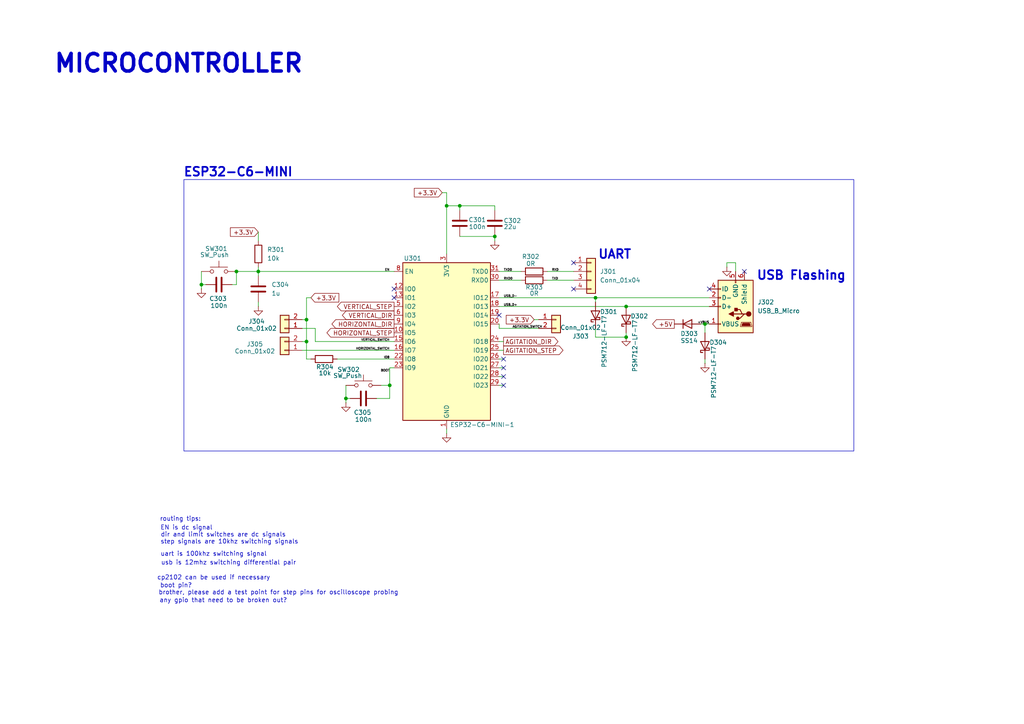
<source format=kicad_sch>
(kicad_sch (version 20250114) (generator "eeschema") (generator_version "9.0")
  (paper "A4")
  (lib_symbols
    (symbol "Connector:USB_B_Micro" (pin_names (offset 1.016))
      (property "Reference" "J" (at -5.08 11.43 0))
      (property "Value" "USB_B_Micro" (at -5.08 8.89 0))
      (symbol "USB_B_Micro_0_1"
        (rectangle (start -5.08 -7.62) (end 5.08 7.62) (stroke (width 0.254)) (fill (type background)))
        (polyline (pts (xy -4.699 5.842) (xy -4.699 5.588) (xy -4.445 4.826) (xy -4.445 4.572) (xy -1.651 4.572) (xy -1.651 4.826) (xy -1.397 5.588) (xy -1.397 5.842) (xy -4.699 5.842)))
        (polyline (pts (xy -4.318 5.588) (xy -1.778 5.588) (xy -2.032 4.826) (xy -4.064 4.826) (xy -4.318 5.588)) (fill (type outline)))
        (circle (center -3.81 2.159) (radius 0.635) (stroke (width 0.254)) (fill (type outline)))
        (polyline (pts (xy -3.175 2.159) (xy -2.54 2.159) (xy -1.27 3.429) (xy -0.635 3.429)) (stroke (width 0.254)))
        (polyline (pts (xy -2.54 2.159) (xy -1.905 2.159) (xy -1.27 0.889) (xy 0 0.889)) (stroke (width 0.254)))
        (polyline (pts (xy -1.905 2.159) (xy 0.635 2.159)) (stroke (width 0.254)))
        (circle (center -0.635 3.429) (radius 0.381) (stroke (width 0.254)) (fill (type outline)))
        (rectangle (start -0.127 -7.62) (end 0.127 -6.858))
        (rectangle (start 0.254 1.27) (end -0.508 0.508) (stroke (width 0.254)) (fill (type outline)))
        (polyline (pts (xy 0.635 2.794) (xy 0.635 1.524) (xy 1.905 2.159) (xy 0.635 2.794)) (stroke (width 0.254)) (fill (type outline)))
        (rectangle (start 5.08 4.953) (end 4.318 5.207))
        (rectangle (start 5.08 -0.127) (end 4.318 0.127))
        (rectangle (start 5.08 -2.667) (end 4.318 -2.413))
        (rectangle (start 5.08 -5.207) (end 4.318 -4.953))
      )
      (symbol "USB_B_Micro_1_1"
        (pin passive line (at -2.54 -10.16 90) (length 2.54) (name "Shield") (number "6"))
        (pin power_out line (at 0 -10.16 90) (length 2.54) (name "GND") (number "5"))
        (pin power_out line (at 7.62 5.08 180) (length 2.54) (name "VBUS") (number "1"))
        (pin bidirectional line (at 7.62 0 180) (length 2.54) (name "D+") (number "3"))
        (pin bidirectional line (at 7.62 -2.54 180) (length 2.54) (name "D-") (number "2"))
        (pin passive line (at 7.62 -5.08 180) (length 2.54) (name "ID") (number "4"))
      )
    )
    (symbol "Connector_Generic:Conn_01x02" (pin_names (offset 1.016) (hide yes))
      (property "Reference" "J" (at 0 2.54 0))
      (property "Value" "Conn_01x02" (at 0 -5.08 0))
      (symbol "Conn_01x02_1_1"
        (rectangle (start -1.27 1.27) (end 1.27 -3.81) (stroke (width 0.254)) (fill (type background)))
        (rectangle (start -1.27 0.127) (end 0 -0.127) (stroke (width 0.1524)))
        (rectangle (start -1.27 -2.413) (end 0 -2.667) (stroke (width 0.1524)))
        (pin passive line (at -5.08 0 0) (length 3.81) (name "Pin_1") (number "1"))
        (pin passive line (at -5.08 -2.54 0) (length 3.81) (name "Pin_2") (number "2"))
      )
    )
    (symbol "Connector_Generic:Conn_01x04" (pin_names (offset 1.016) (hide yes))
      (property "Reference" "J" (at 0 5.08 0))
      (property "Value" "Conn_01x04" (at 0 -7.62 0))
      (symbol "Conn_01x04_1_1"
        (rectangle (start -1.27 3.81) (end 1.27 -6.35) (stroke (width 0.254)) (fill (type background)))
        (rectangle (start -1.27 2.667) (end 0 2.413) (stroke (width 0.1524)))
        (rectangle (start -1.27 0.127) (end 0 -0.127) (stroke (width 0.1524)))
        (rectangle (start -1.27 -2.413) (end 0 -2.667) (stroke (width 0.1524)))
        (rectangle (start -1.27 -4.953) (end 0 -5.207) (stroke (width 0.1524)))
        (pin passive line (at -5.08 2.54 0) (length 3.81) (name "Pin_1") (number "1"))
        (pin passive line (at -5.08 0 0) (length 3.81) (name "Pin_2") (number "2"))
        (pin passive line (at -5.08 -2.54 0) (length 3.81) (name "Pin_3") (number "3"))
        (pin passive line (at -5.08 -5.08 0) (length 3.81) (name "Pin_4") (number "4"))
      )
    )
    (symbol "Device:C" (pin_numbers (hide yes)) (pin_names (offset 0.254))
      (property "Reference" "C" (at 0.635 2.54 0))
      (property "Value" "C" (at 0.635 -2.54 0))
      (symbol "C_0_1"
        (polyline (pts (xy -2.032 0.762) (xy 2.032 0.762)) (stroke (width 0.508)))
        (polyline (pts (xy -2.032 -0.762) (xy 2.032 -0.762)) (stroke (width 0.508)))
      )
      (symbol "C_1_1"
        (pin passive line (at 0 3.81 270) (length 2.794) (name "~") (number "1"))
        (pin passive line (at 0 -3.81 90) (length 2.794) (name "~") (number "2"))
      )
    )
    (symbol "Device:D" (pin_numbers (hide yes)) (pin_names (offset 1.016) (hide yes))
      (property "Reference" "D" (at 0 2.54 0))
      (property "Value" "D" (at 0 -2.54 0))
      (symbol "D_0_1"
        (polyline (pts (xy -1.27 1.27) (xy -1.27 -1.27)) (stroke (width 0.254)))
        (polyline (pts (xy 1.27 1.27) (xy 1.27 -1.27) (xy -1.27 0) (xy 1.27 1.27)) (stroke (width 0.254)))
        (polyline (pts (xy 1.27 0) (xy -1.27 0)))
      )
      (symbol "D_1_1"
        (pin passive line (at -3.81 0 0) (length 2.54) (name "K") (number "1"))
        (pin passive line (at 3.81 0 180) (length 2.54) (name "A") (number "2"))
      )
    )
    (symbol "Device:D_Schottky" (pin_numbers (hide yes)) (pin_names (offset 1.016) (hide yes))
      (property "Reference" "D" (at 0 2.54 0))
      (property "Value" "D_Schottky" (at 0 -2.54 0))
      (symbol "D_Schottky_0_1"
        (polyline (pts (xy -1.905 0.635) (xy -1.905 1.27) (xy -1.27 1.27) (xy -1.27 -1.27) (xy -0.635 -1.27) (xy -0.635 -0.635)) (stroke (width 0.254)))
        (polyline (pts (xy 1.27 1.27) (xy 1.27 -1.27) (xy -1.27 0) (xy 1.27 1.27)) (stroke (width 0.254)))
        (polyline (pts (xy 1.27 0) (xy -1.27 0)))
      )
      (symbol "D_Schottky_1_1"
        (pin passive line (at -3.81 0 0) (length 2.54) (name "K") (number "1"))
        (pin passive line (at 3.81 0 180) (length 2.54) (name "A") (number "2"))
      )
    )
    (symbol "Device:R" (pin_numbers (hide yes)) (pin_names (offset 0))
      (property "Reference" "R" (at 2.032 0 90))
      (property "Value" "R" (at 0 0 90))
      (symbol "R_0_1"
        (rectangle (start -1.016 -2.54) (end 1.016 2.54) (stroke (width 0.254)))
      )
      (symbol "R_1_1"
        (pin passive line (at 0 3.81 270) (length 1.27) (name "~") (number "1"))
        (pin passive line (at 0 -3.81 90) (length 1.27) (name "~") (number "2"))
      )
    )
    (symbol "RF_Module:ESP32-C6-MINI-1"
      (property "Reference" "U" (at -11.43 24.13 0))
      (property "Value" "ESP32-C6-MINI-1" (at 12.7 24.13 0))
      (symbol "ESP32-C6-MINI-1_0_1"
        (rectangle (start -12.7 22.86) (end 12.7 -22.86) (stroke (width 0.254)) (fill (type background)))
      )
      (symbol "ESP32-C6-MINI-1_1_1"
        (pin input line (at -15.24 20.32 0) (length 2.54) (name "EN") (number "8"))
        (pin bidirectional line (at -15.24 15.24 0) (length 2.54) (name "IO0") (number "12"))
        (pin bidirectional line (at -15.24 12.7 0) (length 2.54) (name "IO1") (number "13"))
        (pin bidirectional line (at -15.24 10.16 0) (length 2.54) (name "IO2") (number "5"))
        (pin bidirectional line (at -15.24 7.62 0) (length 2.54) (name "IO3") (number "6"))
        (pin bidirectional line (at -15.24 5.08 0) (length 2.54) (name "IO4") (number "9"))
        (pin bidirectional line (at -15.24 2.54 0) (length 2.54) (name "IO5") (number "10"))
        (pin bidirectional line (at -15.24 0 0) (length 2.54) (name "IO6") (number "15"))
        (pin bidirectional line (at -15.24 -2.54 0) (length 2.54) (name "IO7") (number "16"))
        (pin bidirectional line (at -15.24 -5.08 0) (length 2.54) (name "IO8") (number "22"))
        (pin bidirectional line (at -15.24 -7.62 0) (length 2.54) (name "IO9") (number "23"))
        (pin no_connect line (at -12.7 -12.7 0) (length 2.54) (hide yes) (name "NC") (number "32"))
        (pin no_connect line (at -12.7 -15.24 0) (length 2.54) (hide yes) (name "NC") (number "33"))
        (pin no_connect line (at -12.7 -17.78 0) (length 2.54) (hide yes) (name "NC") (number "34"))
        (pin no_connect line (at -12.7 -20.32 0) (length 2.54) (hide yes) (name "NC") (number "35"))
        (pin power_in line (at 0 25.4 270) (length 2.54) (name "3V3") (number "3"))
        (pin power_in line (at 0 -25.4 90) (length 2.54) (name "GND") (number "1"))
        (pin passive line (at 0 -25.4 90) (length 2.54) (hide yes) (name "GND") (number "11"))
        (pin passive line (at 0 -25.4 90) (length 2.54) (hide yes) (name "GND") (number "14"))
        (pin passive line (at 0 -25.4 90) (length 2.54) (hide yes) (name "GND") (number "2"))
        (pin passive line (at 0 -25.4 90) (length 2.54) (hide yes) (name "GND") (number "36"))
        (pin passive line (at 0 -25.4 90) (length 2.54) (hide yes) (name "GND") (number "37"))
        (pin passive line (at 0 -25.4 90) (length 2.54) (hide yes) (name "GND") (number "38"))
        (pin passive line (at 0 -25.4 90) (length 2.54) (hide yes) (name "GND") (number "39"))
        (pin passive line (at 0 -25.4 90) (length 2.54) (hide yes) (name "GND") (number "40"))
        (pin passive line (at 0 -25.4 90) (length 2.54) (hide yes) (name "GND") (number "41"))
        (pin passive line (at 0 -25.4 90) (length 2.54) (hide yes) (name "GND") (number "42"))
        (pin passive line (at 0 -25.4 90) (length 2.54) (hide yes) (name "GND") (number "43"))
        (pin passive line (at 0 -25.4 90) (length 2.54) (hide yes) (name "GND") (number "44"))
        (pin passive line (at 0 -25.4 90) (length 2.54) (hide yes) (name "GND") (number "45"))
        (pin passive line (at 0 -25.4 90) (length 2.54) (hide yes) (name "GND") (number "46"))
        (pin passive line (at 0 -25.4 90) (length 2.54) (hide yes) (name "GND") (number "47"))
        (pin passive line (at 0 -25.4 90) (length 2.54) (hide yes) (name "GND") (number "48"))
        (pin passive line (at 0 -25.4 90) (length 2.54) (hide yes) (name "GND") (number "49"))
        (pin passive line (at 0 -25.4 90) (length 2.54) (hide yes) (name "GND") (number "50"))
        (pin passive line (at 0 -25.4 90) (length 2.54) (hide yes) (name "GND") (number "51"))
        (pin passive line (at 0 -25.4 90) (length 2.54) (hide yes) (name "GND") (number "52"))
        (pin passive line (at 0 -25.4 90) (length 2.54) (hide yes) (name "GND") (number "53"))
        (pin no_connect line (at 12.7 -15.24 180) (length 2.54) (hide yes) (name "NC") (number "4"))
        (pin no_connect line (at 12.7 -17.78 180) (length 2.54) (hide yes) (name "NC") (number "7"))
        (pin no_connect line (at 12.7 -20.32 180) (length 2.54) (hide yes) (name "NC") (number "21"))
        (pin bidirectional line (at 15.24 20.32 180) (length 2.54) (name "TXD0") (number "31"))
        (pin bidirectional line (at 15.24 17.78 180) (length 2.54) (name "RXD0") (number "30"))
        (pin bidirectional line (at 15.24 12.7 180) (length 2.54) (name "IO12") (number "17"))
        (pin bidirectional line (at 15.24 10.16 180) (length 2.54) (name "IO13") (number "18"))
        (pin bidirectional line (at 15.24 7.62 180) (length 2.54) (name "IO14") (number "19"))
        (pin bidirectional line (at 15.24 5.08 180) (length 2.54) (name "IO15") (number "20"))
        (pin bidirectional line (at 15.24 0 180) (length 2.54) (name "IO18") (number "24"))
        (pin bidirectional line (at 15.24 -2.54 180) (length 2.54) (name "IO19") (number "25"))
        (pin bidirectional line (at 15.24 -5.08 180) (length 2.54) (name "IO20") (number "26"))
        (pin bidirectional line (at 15.24 -7.62 180) (length 2.54) (name "IO21") (number "27"))
        (pin bidirectional line (at 15.24 -10.16 180) (length 2.54) (name "IO22") (number "28"))
        (pin bidirectional line (at 15.24 -12.7 180) (length 2.54) (name "IO23") (number "29"))
      )
    )
    (symbol "Switch:SW_Push" (pin_numbers (hide yes)) (pin_names (offset 1.016) (hide yes))
      (property "Reference" "SW" (at 1.27 2.54 0))
      (property "Value" "SW_Push" (at 0 -1.524 0))
      (symbol "SW_Push_0_1"
        (circle (center -2.032 0) (radius 0.508))
        (polyline (pts (xy 0 1.27) (xy 0 3.048)))
        (circle (center 2.032 0) (radius 0.508))
        (polyline (pts (xy 2.54 1.27) (xy -2.54 1.27)))
        (pin passive line (at -5.08 0 0) (length 2.54) (name "1") (number "1"))
        (pin passive line (at 5.08 0 180) (length 2.54) (name "2") (number "2"))
      )
    )
    (symbol "power:GND" (power) (pin_numbers (hide yes)) (pin_names (offset 0) (hide yes))
      (property "Value" "GND" (at 0 -3.81 0))
      (symbol "GND_0_1"
        (polyline (pts (xy 0 0) (xy 0 -1.27) (xy 1.27 -1.27) (xy 0 -2.54) (xy -1.27 -1.27) (xy 0 -1.27)))
      )
      (symbol "GND_1_1"
        (pin power_in line (at 0 0 270) (length 0) (name "~") (number "1"))
      )
    )
  )
  (rectangle (start 53.34 52.07) (end 247.65 130.81))
  (text "MICROCONTROLLER" (at 51.816 18.542 0) (effects (font (size 5.08 5.08) (thickness 1.016) (bold yes))))
  (text "any gpio that need to be broken out?" (at 64.77 174.244 0) (effects (font (size 1.27 1.27))))
  (text "UART" (at 178.308 73.914 0) (effects (font (size 2.54 2.54) (thickness 0.508) (bold yes))))
  (text "dir and limit switches are dc signals" (at 64.77 155.194 0) (effects (font (size 1.27 1.27))))
  (text "cp2102 can be used if necessary" (at 61.976 167.64 0) (effects (font (size 1.27 1.27))))
  (text "USB Flashing" (at 232.41 80.01 0) (effects (font (size 2.54 2.54) (thickness 0.508) (bold yes))))
  (text "routing tips:" (at 52.324 150.622 0) (effects (font (size 1.27 1.27))))
  (text "ESP32-C6-MINI" (at 69.088 50.038 0) (effects (font (size 2.54 2.54) (thickness 0.508) (bold yes))))
  (text "EN is dc signal" (at 54.102 153.162 0) (effects (font (size 1.27 1.27))))
  (text "step signals are 10khz switching signals" (at 66.548 157.226 0) (effects (font (size 1.27 1.27))))
  (text "boot pin?" (at 51.054 169.926 0) (effects (font (size 1.27 1.27))))
  (text "brother, please add a test point for step pins for oscilloscope probing" (at 80.772 171.958 0) (effects (font (size 1.27 1.27))))
  (text "usb is 12mhz switching differential pair" (at 66.294 163.322 0) (effects (font (size 1.27 1.27))))
  (text "uart is 100khz switching signal" (at 61.976 160.782 0) (effects (font (size 1.27 1.27))))
  (junction (at 58.42 82.55))
  (junction (at 172.72 86.36))
  (junction (at 204.47 93.98))
  (junction (at 133.35 59.69))
  (junction (at 88.9 99.06))
  (junction (at 181.61 97.79))
  (junction (at 88.9 92.71))
  (junction (at 129.54 59.69))
  (junction (at 181.61 88.9))
  (junction (at 113.03 111.76))
  (junction (at 68.58 78.74))
  (junction (at 74.93 78.74))
  (junction (at 100.33 115.57))
  (junction (at 143.51 68.58))
  (no_connect (at 146.05 106.68))
  (no_connect (at 166.37 76.2))
  (no_connect (at 146.05 109.22))
  (no_connect (at 114.3 83.82))
  (no_connect (at 215.9 78.74))
  (no_connect (at 144.78 91.44))
  (no_connect (at 146.05 104.14))
  (no_connect (at 146.05 111.76))
  (no_connect (at 205.74 83.82))
  (no_connect (at 166.37 83.82))
  (no_connect (at 114.3 86.36))
  (wire (pts (xy 67.31 82.55) (xy 68.58 82.55)))
  (wire (pts (xy 210.82 76.2) (xy 210.82 77.47)))
  (wire (pts (xy 87.63 99.06) (xy 88.9 99.06)))
  (wire (pts (xy 88.9 86.36) (xy 88.9 92.71)))
  (wire (pts (xy 113.03 111.76) (xy 113.03 115.57)))
  (wire (pts (xy 74.93 78.74) (xy 114.3 78.74)))
  (wire (pts (xy 158.75 81.28) (xy 166.37 81.28)))
  (wire (pts (xy 97.79 104.14) (xy 114.3 104.14)))
  (wire (pts (xy 88.9 104.14) (xy 88.9 99.06)))
  (wire (pts (xy 91.44 99.06) (xy 91.44 95.25)))
  (wire (pts (xy 129.54 55.88) (xy 129.54 59.69)))
  (wire (pts (xy 58.42 82.55) (xy 58.42 83.82)))
  (wire (pts (xy 144.78 95.25) (xy 156.21 95.25)))
  (wire (pts (xy 129.54 73.66) (xy 129.54 59.69)))
  (wire (pts (xy 114.3 106.68) (xy 113.03 106.68)))
  (wire (pts (xy 68.58 78.74) (xy 74.93 78.74)))
  (wire (pts (xy 144.78 101.6) (xy 146.05 101.6)))
  (wire (pts (xy 213.36 78.74) (xy 213.36 76.2)))
  (wire (pts (xy 204.47 93.98) (xy 204.47 96.52)))
  (wire (pts (xy 154.94 92.71) (xy 156.21 92.71)))
  (wire (pts (xy 172.72 86.36) (xy 205.74 86.36)))
  (wire (pts (xy 74.93 78.74) (xy 74.93 80.01)))
  (wire (pts (xy 87.63 92.71) (xy 88.9 92.71)))
  (wire (pts (xy 91.44 95.25) (xy 87.63 95.25)))
  (wire (pts (xy 144.78 106.68) (xy 146.05 106.68)))
  (wire (pts (xy 113.03 111.76) (xy 110.49 111.76)))
  (wire (pts (xy 144.78 99.06) (xy 146.05 99.06)))
  (wire (pts (xy 113.03 106.68) (xy 113.03 111.76)))
  (wire (pts (xy 143.51 60.96) (xy 143.51 59.69)))
  (wire (pts (xy 113.03 115.57) (xy 109.22 115.57)))
  (wire (pts (xy 144.78 78.74) (xy 151.13 78.74)))
  (wire (pts (xy 91.44 99.06) (xy 114.3 99.06)))
  (wire (pts (xy 213.36 76.2) (xy 210.82 76.2)))
  (wire (pts (xy 133.35 59.69) (xy 133.35 60.96)))
  (wire (pts (xy 172.72 97.79) (xy 181.61 97.79)))
  (wire (pts (xy 181.61 88.9) (xy 205.74 88.9)))
  (wire (pts (xy 74.93 77.47) (xy 74.93 78.74)))
  (wire (pts (xy 100.33 115.57) (xy 100.33 111.76)))
  (wire (pts (xy 59.69 82.55) (xy 58.42 82.55)))
  (wire (pts (xy 133.35 59.69) (xy 129.54 59.69)))
  (wire (pts (xy 74.93 67.31) (xy 74.93 69.85)))
  (wire (pts (xy 181.61 96.52) (xy 181.61 97.79)))
  (wire (pts (xy 143.51 59.69) (xy 133.35 59.69)))
  (wire (pts (xy 144.78 104.14) (xy 146.05 104.14)))
  (wire (pts (xy 129.54 124.46) (xy 129.54 125.73)))
  (wire (pts (xy 87.63 101.6) (xy 114.3 101.6)))
  (wire (pts (xy 204.47 93.98) (xy 205.74 93.98)))
  (wire (pts (xy 143.51 68.58) (xy 143.51 69.85)))
  (wire (pts (xy 101.6 115.57) (xy 100.33 115.57)))
  (wire (pts (xy 144.78 111.76) (xy 146.05 111.76)))
  (wire (pts (xy 128.27 55.88) (xy 129.54 55.88)))
  (wire (pts (xy 158.75 78.74) (xy 166.37 78.74)))
  (wire (pts (xy 88.9 104.14) (xy 90.17 104.14)))
  (wire (pts (xy 68.58 82.55) (xy 68.58 78.74)))
  (wire (pts (xy 74.93 87.63) (xy 74.93 88.9)))
  (wire (pts (xy 144.78 86.36) (xy 172.72 86.36)))
  (wire (pts (xy 88.9 86.36) (xy 90.17 86.36)))
  (wire (pts (xy 144.78 81.28) (xy 151.13 81.28)))
  (wire (pts (xy 172.72 95.25) (xy 172.72 97.79)))
  (wire (pts (xy 204.47 104.14) (xy 204.47 105.41)))
  (wire (pts (xy 144.78 109.22) (xy 146.05 109.22)))
  (wire (pts (xy 133.35 68.58) (xy 143.51 68.58)))
  (wire (pts (xy 144.78 88.9) (xy 181.61 88.9)))
  (wire (pts (xy 58.42 82.55) (xy 58.42 78.74)))
  (wire (pts (xy 203.2 93.98) (xy 204.47 93.98)))
  (wire (pts (xy 88.9 92.71) (xy 88.9 99.06)))
  (wire (pts (xy 144.78 93.98) (xy 144.78 95.25)))
  (wire (pts (xy 172.72 86.36) (xy 172.72 87.63)))
  (wire (pts (xy 100.33 115.57) (xy 100.33 116.84)))
  (label "AGITATION_SWITCH" (at 148.59 95.25 0) (effects (font (size 0.635 0.635))))
  (label "VERTICAL_SWITCH" (at 113.03 99.06 180) (effects (font (size 0.635 0.635))))
  (label "+VBUS" (at 205.74 93.98 180) (effects (font (size 0.635 0.635))))
  (label "USB_D+" (at 146.05 88.9 0) (effects (font (size 0.635 0.635))))
  (label "HORIZONTAL_SWITCH" (at 113.03 101.6 180) (effects (font (size 0.635 0.635))))
  (label "BOOT" (at 113.03 107.95 180) (effects (font (size 0.635 0.635))))
  (label "TXD0" (at 146.05 78.74 0) (effects (font (size 0.635 0.635))))
  (label "IO8" (at 113.03 104.14 180) (effects (font (size 0.635 0.635))))
  (label "RXD" (at 160.02 78.74 0) (effects (font (size 0.635 0.635))))
  (label "RXD0" (at 146.05 81.28 0) (effects (font (size 0.635 0.635))))
  (label "EN" (at 113.03 78.74 180) (effects (font (size 0.635 0.635))))
  (label "USB_D-" (at 146.05 86.36 0) (effects (font (size 0.635 0.635))))
  (label "TXD" (at 160.02 81.28 0) (effects (font (size 0.635 0.635))))
  (global_label "+3.3V" (shape input) (at 90.17 86.36 0) (property "Intersheetrefs" "${INTERSHEET_REFS}" (effects (hide yes))))
  (global_label "HORIZONTAL_DIR" (shape output) (at 114.3 93.98 180) (property "Intersheetrefs" "${INTERSHEET_REFS}" (effects (hide yes))))
  (global_label "+3.3V" (shape input) (at 128.27 55.88 180) (property "Intersheetrefs" "${INTERSHEET_REFS}" (effects (hide yes))))
  (global_label "HORIZONTAL_STEP" (shape output) (at 114.3 96.52 180) (property "Intersheetrefs" "${INTERSHEET_REFS}" (effects (hide yes))))
  (global_label "+3.3V" (shape input) (at 154.94 92.71 180) (property "Intersheetrefs" "${INTERSHEET_REFS}" (effects (hide yes))))
  (global_label "VERTICAL_DIR" (shape output) (at 114.3 91.44 180) (property "Intersheetrefs" "${INTERSHEET_REFS}" (effects (hide yes))))
  (global_label "AGITATION_STEP" (shape output) (at 146.05 101.6 0) (property "Intersheetrefs" "${INTERSHEET_REFS}" (effects (hide yes))))
  (global_label "AGITATION_DIR" (shape output) (at 146.05 99.06 0) (property "Intersheetrefs" "${INTERSHEET_REFS}" (effects (hide yes))))
  (global_label "+5V" (shape output) (at 195.58 93.98 180) (property "Intersheetrefs" "${INTERSHEET_REFS}" (effects (hide yes))))
  (global_label "VERTICAL_STEP" (shape output) (at 114.3 88.9 180) (property "Intersheetrefs" "${INTERSHEET_REFS}" (effects (hide yes))))
  (global_label "+3.3V" (shape input) (at 74.93 67.31 180) (property "Intersheetrefs" "${INTERSHEET_REFS}" (effects (hide yes))))
  (symbol (lib_id "Device:R") (at 154.94 78.74 90) (unit 1)
    (property "Reference" "R302" (at 153.924 74.422 90))
    (property "Value" "0R" (at 153.924 76.454 90))
    (property "Footprint" "Resistor_SMD:R_0603_1608Metric" (effects (hide yes)))
    (property "Description" "Resistor" (effects (hide yes)))
    (property "Manufacturer" "UNI-ROYAL(Uniroyal Elec)" (effects (hide yes)))
    (property "MPN" "0603WAF0000T5E" (effects (hide yes)))
    (property "LCSC Part Number" "C21189" (effects (hide yes)))
  )
  (symbol (lib_id "Device:C") (at 74.93 83.82 0) (unit 1)
    (property "Reference" "C304" (at 78.74 82.5499 0) (effects (justify left)))
    (property "Value" "1u" (at 78.74 85.0899 0) (effects (justify left)))
    (property "Footprint" "Capacitor_SMD:C_0402_1005Metric" (effects (hide yes)))
    (property "Description" "Unpolarized capacitor" (effects (hide yes)))
    (property "Manufacturer" "Samsung Electro-Mechanics" (effects (hide yes)))
    (property "MPN" "CL05A105KA5NQNC" (effects (hide yes)))
    (property "LCSC Part Number" "C52923" (effects (hide yes)))
  )
  (symbol (lib_id "Device:D_Schottky") (at 181.61 92.71 90) (unit 1)
    (property "Reference" "D302" (at 182.88 91.694 90) (effects (justify right)))
    (property "Value" "PSM712-LF-T7" (at 184.15 92.71 0) (effects (justify right)))
    (property "Footprint" "Package_TO_SOT_SMD:SOT-23" (effects (hide yes)))
    (property "Description" "Schottky diode" (effects (hide yes)))
    (property "Manufacturer" "ProTek Devices" (effects (hide yes)))
    (property "MPN" "PSM712-LF-T7" (effects (hide yes)))
    (property "LCSC Part Number" "C32677" (effects (hide yes)))
  )
  (symbol (lib_id "Device:R") (at 154.94 81.28 90) (unit 1)
    (property "Reference" "R303" (at 154.94 83.312 90))
    (property "Value" "0R" (at 154.94 85.09 90))
    (property "Footprint" "Resistor_SMD:R_0603_1608Metric" (effects (hide yes)))
    (property "Description" "Resistor" (effects (hide yes)))
    (property "Manufacturer" "UNI-ROYAL(Uniroyal Elec)" (effects (hide yes)))
    (property "MPN" "0603WAF0000T5E" (effects (hide yes)))
    (property "LCSC Part Number" "C21189" (effects (hide yes)))
  )
  (symbol (lib_id "power:GND") (at 210.82 77.47 0) (unit 1)
    (property "Reference" "#PWR0305" (effects (hide yes)))
    (property "Value" "GND" (effects (hide yes)))
    (property "Description" "Power symbol creates a global label with name \"GND\" , ground" (effects (hide yes)))
  )
  (symbol (lib_id "Device:C") (at 133.35 64.77 180) (unit 1)
    (property "Reference" "C301" (at 138.43 63.754 0))
    (property "Value" "100n" (at 138.43 65.786 0))
    (property "Footprint" "Capacitor_SMD:C_0402_1005Metric" (effects (hide yes)))
    (property "Description" "Unpolarized capacitor" (effects (hide yes)))
    (property "Manufacturer" "Samsung Electro-Mechanics" (effects (hide yes)))
    (property "MPN" "CL05B104KO5NNNC" (effects (hide yes)))
    (property "LCSC Part Number" "C1525" (effects (hide yes)))
  )
  (symbol (lib_id "power:GND") (at 204.47 105.41 0) (unit 1)
    (property "Reference" "#PWR0312" (effects (hide yes)))
    (property "Value" "GND" (effects (hide yes)))
    (property "Description" "Power symbol creates a global label with name \"GND\" , ground" (effects (hide yes)))
  )
  (symbol (lib_id "Switch:SW_Push") (at 105.41 111.76 0) (unit 1)
    (property "Reference" "SW302" (at 101.092 107.188 0))
    (property "Value" "SW_Push" (at 100.838 108.966 0))
    (property "Footprint" "Button_Switch_SMD:SW_Push_1P1T_XKB_TS-1187A" (effects (hide yes)))
    (property "Description" "Push button switch, generic, two pins" (effects (hide yes)))
    (property "Manufacturer" "XKB Connection" (effects (hide yes)))
    (property "MPN" "TS-1187A-B-A-B" (effects (hide yes)))
    (property "LCSC Part Number" "C318884" (effects (hide yes)))
  )
  (symbol (lib_id "Device:R") (at 74.93 73.66 0) (unit 1)
    (property "Reference" "R301" (at 77.47 72.3899 0) (effects (justify left)))
    (property "Value" "10k" (at 77.47 74.9299 0) (effects (justify left)))
    (property "Footprint" "Resistor_SMD:R_0603_1608Metric" (effects (hide yes)))
    (property "Description" "Resistor" (effects (hide yes)))
    (property "Manufacturer" "UNI-ROYAL(Uniroyal Elec)" (effects (hide yes)))
    (property "MPN" "0603WAF1002T5E" (effects (hide yes)))
    (property "LCSC Part Number" "C25804" (effects (hide yes)))
  )
  (symbol (lib_id "Connector_Generic:Conn_01x02") (at 82.55 95.25 180) (unit 1) (in_bom no)
    (property "Reference" "J304" (at 74.422 93.218 0))
    (property "Value" "Conn_01x02" (at 74.422 95.25 0))
    (property "Footprint" "Connector_PinHeader_2.54mm:PinHeader_1x02_P2.54mm_Vertical" (effects (hide yes)))
    (property "Description" "Generic connector, single row, 01x02, script generated (kicad-library-utils/schlib/autogen/connector/)" (effects (hide yes)))
  )
  (symbol (lib_id "Device:R") (at 93.98 104.14 90) (unit 1)
    (property "Reference" "R304" (at 94.234 106.426 90))
    (property "Value" "10k" (at 94.234 108.204 90))
    (property "Footprint" "Resistor_SMD:R_0603_1608Metric" (effects (hide yes)))
    (property "Description" "Resistor" (effects (hide yes)))
    (property "Manufacturer" "UNI-ROYAL(Uniroyal Elec)" (effects (hide yes)))
    (property "MPN" "0603WAF1002T5E" (effects (hide yes)))
    (property "LCSC Part Number" "C25804" (effects (hide yes)))
  )
  (symbol (lib_id "Device:C") (at 105.41 115.57 90) (unit 1)
    (property "Reference" "C305" (at 105.156 119.634 90))
    (property "Value" "100n" (at 105.41 121.666 90))
    (property "Footprint" "Capacitor_SMD:C_0402_1005Metric" (effects (hide yes)))
    (property "Description" "Unpolarized capacitor" (effects (hide yes)))
    (property "Manufacturer" "Samsung Electro-Mechanics" (effects (hide yes)))
    (property "MPN" "CL05B104KO5NNNC" (effects (hide yes)))
    (property "LCSC Part Number" "C1525" (effects (hide yes)))
  )
  (symbol (lib_id "Connector:USB_B_Micro") (at 213.36 88.9 180) (unit 1)
    (property "Reference" "J302" (at 219.71 87.6299 0) (effects (justify right)))
    (property "Value" "USB_B_Micro" (at 219.71 90.1699 0) (effects (justify right)))
    (property "Footprint" "Connector_USB:USB_Micro-B_Molex-105017-0001" (effects (hide yes)))
    (property "Description" "USB Micro Type B connector" (effects (hide yes)))
    (property "Manufacturer" "SHOU HAN" (effects (hide yes)))
    (property "MPN" "MicroXNJ" (effects (hide yes)))
    (property "LCSC Part Number" "C404969" (effects (hide yes)))
  )
  (symbol (lib_id "RF_Module:ESP32-C6-MINI-1") (at 129.54 99.06 0) (unit 1)
    (property "Reference" "U301" (at 117.094 74.93 0) (effects (justify left)))
    (property "Value" "ESP32-C6-MINI-1" (at 130.556 123.19 0) (effects (justify left)))
    (property "Footprint" "Espressif:ESP32-C6-MINI-1U" (effects (hide yes)))
    (property "Datasheet" "https://www.espressif.com/sites/default/files/documentation/esp32-c6-mini-1_mini-1u_datasheet_en.pdf" (effects (hide yes)))
    (property "Description" "RF Module, ESP32-C6 SoC, Wi-Fi 802.11b/g/n/ax, Bluetooth, BLE, Zigbee, Thread, 32-bit, 3.3V, SMD, onboard antenna" (effects (hide yes)))
    (property "Manufacturer" "Espressif Systems" (effects (hide yes)))
    (property "MPN" "ESP32-C6-MINI-1U-H4" (effects (hide yes)))
    (property "LCSC Part Number" "C20627095" (effects (hide yes)))
  )
  (symbol (lib_id "Device:C") (at 143.51 64.77 0) (unit 1)
    (property "Reference" "C302" (at 146.05 64.008 0) (effects (justify left)))
    (property "Value" "22u" (at 146.05 65.786 0) (effects (justify left)))
    (property "Footprint" "Capacitor_SMD:C_0603_1608Metric" (effects (hide yes)))
    (property "Description" "Unpolarized capacitor" (effects (hide yes)))
    (property "Manufacturer" "Samsung Electro-Mechanics" (effects (hide yes)))
    (property "MPN" "CL21A226MAQNNNE" (effects (hide yes)))
    (property "LCSC Part Number" "C45783" (effects (hide yes)))
  )
  (symbol (lib_id "Device:D_Schottky") (at 172.72 91.44 90) (unit 1)
    (property "Reference" "D301" (at 173.99 90.424 90) (effects (justify right)))
    (property "Value" "PSM712-LF-T7" (at 175.26 91.44 0) (effects (justify right)))
    (property "Footprint" "Package_TO_SOT_SMD:SOT-23" (effects (hide yes)))
    (property "Description" "Schottky diode" (effects (hide yes)))
    (property "Manufacturer" "ProTek Devices" (effects (hide yes)))
    (property "MPN" "PSM712-LF-T7" (effects (hide yes)))
    (property "LCSC Part Number" "C32677" (effects (hide yes)))
  )
  (symbol (lib_id "Device:D_Schottky") (at 204.47 100.33 90) (unit 1)
    (property "Reference" "D304" (at 205.74 99.314 90) (effects (justify right)))
    (property "Value" "PSM712-LF-T7" (at 207.01 100.33 0) (effects (justify right)))
    (property "Footprint" "Package_TO_SOT_SMD:SOT-23" (effects (hide yes)))
    (property "Description" "Schottky diode" (effects (hide yes)))
    (property "Manufacturer" "ProTek Devices" (effects (hide yes)))
    (property "MPN" "PSM712-LF-T7" (effects (hide yes)))
    (property "LCSC Part Number" "C32677" (effects (hide yes)))
  )
  (symbol (lib_id "power:GND") (at 74.93 88.9 0) (unit 1)
    (property "Reference" "#PWR0308" (effects (hide yes)))
    (property "Value" "GND" (effects (hide yes)))
    (property "Description" "Power symbol creates a global label with name \"GND\" , ground" (effects (hide yes)))
  )
  (symbol (lib_id "power:GND") (at 58.42 83.82 0) (unit 1)
    (property "Reference" "#PWR0307" (effects (hide yes)))
    (property "Value" "GND" (effects (hide yes)))
    (property "Description" "Power symbol creates a global label with name \"GND\" , ground" (effects (hide yes)))
  )
  (symbol (lib_id "power:GND") (at 181.61 97.79 0) (unit 1)
    (property "Reference" "#PWR0311" (effects (hide yes)))
    (property "Value" "GND" (effects (hide yes)))
    (property "Description" "Power symbol creates a global label with name \"GND\" , ground" (effects (hide yes)))
  )
  (symbol (lib_id "Connector_Generic:Conn_01x02") (at 82.55 101.6 180) (unit 1) (in_bom no)
    (property "Reference" "J305" (at 73.914 99.822 0))
    (property "Value" "Conn_01x02" (at 73.914 101.854 0))
    (property "Footprint" "Connector_PinHeader_2.54mm:PinHeader_1x02_P2.54mm_Vertical" (effects (hide yes)))
    (property "Description" "Generic connector, single row, 01x02, script generated (kicad-library-utils/schlib/autogen/connector/)" (effects (hide yes)))
  )
  (symbol (lib_id "power:GND") (at 100.33 116.84 0) (unit 1)
    (property "Reference" "#PWR0313" (effects (hide yes)))
    (property "Value" "GND" (effects (hide yes)))
    (property "Description" "Power symbol creates a global label with name \"GND\" , ground" (effects (hide yes)))
  )
  (symbol (lib_id "power:GND") (at 143.51 69.85 0) (unit 1)
    (property "Reference" "#PWR0303" (effects (hide yes)))
    (property "Value" "GND" (effects (hide yes)))
    (property "Description" "Power symbol creates a global label with name \"GND\" , ground" (effects (hide yes)))
  )
  (symbol (lib_id "Device:D") (at 199.39 93.98 0) (unit 1)
    (property "Reference" "D303" (at 199.898 96.774 0))
    (property "Value" "SS14" (at 199.898 98.806 0))
    (property "Footprint" "Diode_SMD:D_SMA" (effects (hide yes)))
    (property "Description" "Diode" (effects (hide yes)))
    (property "Sim.Device" "D" (effects (hide yes)))
    (property "Sim.Pins" "1=K 2=A" (effects (hide yes)))
    (property "Manufacturer" "MDD(Microdiode Semiconductor)" (effects (hide yes)))
    (property "MPN" "SS14" (effects (hide yes)))
    (property "LCSC Part Number" "C2480" (effects (hide yes)))
  )
  (symbol (lib_id "Connector_Generic:Conn_01x04") (at 171.45 78.74 0) (unit 1) (in_bom no)
    (property "Reference" "J301" (at 173.99 78.7399 0) (effects (justify left)))
    (property "Value" "Conn_01x04" (at 173.99 81.2799 0) (effects (justify left)))
    (property "Footprint" "Connector_PinHeader_2.54mm:PinHeader_1x04_P2.54mm_Vertical" (effects (hide yes)))
    (property "Description" "Generic connector, single row, 01x04, script generated (kicad-library-utils/schlib/autogen/connector/)" (effects (hide yes)))
  )
  (symbol (lib_id "Device:C") (at 63.5 82.55 90) (unit 1)
    (property "Reference" "C303" (at 63.246 86.614 90))
    (property "Value" "100n" (at 63.5 88.646 90))
    (property "Footprint" "Capacitor_SMD:C_0402_1005Metric" (effects (hide yes)))
    (property "Description" "Unpolarized capacitor" (effects (hide yes)))
    (property "Manufacturer" "Samsung Electro-Mechanics" (effects (hide yes)))
    (property "MPN" "CL05B104KO5NNNC" (effects (hide yes)))
    (property "LCSC Part Number" "C1525" (effects (hide yes)))
  )
  (symbol (lib_id "power:GND") (at 129.54 125.73 0) (unit 1)
    (property "Reference" "#PWR0314" (effects (hide yes)))
    (property "Value" "GND" (effects (hide yes)))
    (property "Description" "Power symbol creates a global label with name \"GND\" , ground" (effects (hide yes)))
  )
  (symbol (lib_id "Connector_Generic:Conn_01x02") (at 161.29 92.71 0) (unit 1) (in_bom no)
    (property "Reference" "J303" (at 168.402 97.536 0))
    (property "Value" "Conn_01x02" (at 168.402 94.996 0))
    (property "Footprint" "Connector_PinHeader_2.54mm:PinHeader_1x02_P2.54mm_Vertical" (effects (hide yes)))
    (property "Description" "Generic connector, single row, 01x02, script generated (kicad-library-utils/schlib/autogen/connector/)" (effects (hide yes)))
  )
  (symbol (lib_id "Switch:SW_Push") (at 63.5 78.74 0) (unit 1)
    (property "Reference" "SW301" (at 62.738 72.136 0))
    (property "Value" "SW_Push" (at 62.23 73.914 0))
    (property "Footprint" "Button_Switch_SMD:SW_Push_1P1T_XKB_TS-1187A" (effects (hide yes)))
    (property "Description" "Push button switch, generic, two pins" (effects (hide yes)))
    (property "Manufacturer" "XKB Connection" (effects (hide yes)))
    (property "MPN" "TS-1187A-B-A-B" (effects (hide yes)))
    (property "LCSC Part Number" "C318884" (effects (hide yes)))
  )
)
</source>
